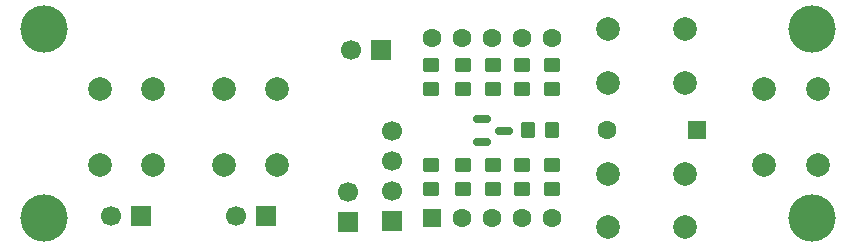
<source format=gbr>
G04 This is an RS-274x file exported by *
G04 gerbv version 2.10.0 *
G04 More information is available about gerbv at *
G04 https://gerbv.github.io/ *
G04 --End of header info--*
%MOIN*%
%FSLAX36Y36*%
%IPPOS*%
G04 --Define apertures--*
%ADD10C,0.0787*%
%ADD11R,0.0669X0.0669*%
%ADD12C,0.0669*%
%ADD13C,0.0630*%
%ADD14R,0.0630X0.0630*%
%AMMACRO15*
4,1,4,-0.013780,-0.017717,0.013780,-0.017717,0.013780,0.017717,-0.013780,0.017717,-0.013780,-0.017717,0.000000*
1,1,0.019685,-0.013780,-0.017717*
1,1,0.019685,0.013780,-0.017717*
1,1,0.019685,0.013780,0.017717*
1,1,0.019685,-0.013780,0.017717*
20,1,0.019685,-0.013780,-0.017717,0.013780,-0.017717,0.000000*
20,1,0.019685,0.013780,-0.017717,0.013780,0.017717,0.000000*
20,1,0.019685,0.013780,0.017717,-0.013780,0.017717,0.000000*
20,1,0.019685,-0.013780,0.017717,-0.013780,-0.017717,0.000000*
%
%ADD15MACRO15*%
%AMMACRO16*
4,1,4,0.017717,-0.013780,0.017717,0.013780,-0.017717,0.013780,-0.017717,-0.013780,0.017717,-0.013780,0.000000*
1,1,0.019685,0.017717,-0.013780*
1,1,0.019685,0.017717,0.013780*
1,1,0.019685,-0.017717,0.013780*
1,1,0.019685,-0.017717,-0.013780*
20,1,0.019685,0.017717,-0.013780,0.017717,0.013780,0.000000*
20,1,0.019685,0.017717,0.013780,-0.017717,0.013780,0.000000*
20,1,0.019685,-0.017717,0.013780,-0.017717,-0.013780,0.000000*
20,1,0.019685,-0.017717,-0.013780,0.017717,-0.013780,0.000000*
%
%ADD16MACRO16*%
%AMMACRO17*
4,1,4,-0.023130,-0.005906,0.023130,-0.005906,0.023130,0.005906,-0.023130,0.005906,-0.023130,-0.005906,0.000000*
1,1,0.011811,-0.023130,-0.005906*
1,1,0.011811,0.023130,-0.005906*
1,1,0.011811,0.023130,0.005906*
1,1,0.011811,-0.023130,0.005906*
20,1,0.011811,-0.023130,-0.005906,0.023130,-0.005906,0.000000*
20,1,0.011811,0.023130,-0.005906,0.023130,0.005906,0.000000*
20,1,0.011811,0.023130,0.005906,-0.023130,0.005906,0.000000*
20,1,0.011811,-0.023130,0.005906,-0.023130,-0.005906,0.000000*
%
%ADD17MACRO17*%
%AMMACRO18*
4,1,4,-0.017717,0.013780,-0.017717,-0.013780,0.017717,-0.013780,0.017717,0.013780,-0.017717,0.013780,0.000000*
1,1,0.019685,-0.017717,0.013780*
1,1,0.019685,-0.017717,-0.013780*
1,1,0.019685,0.017717,-0.013780*
1,1,0.019685,0.017717,0.013780*
20,1,0.019685,-0.017717,0.013780,-0.017717,-0.013780,0.000000*
20,1,0.019685,-0.017717,-0.013780,0.017717,-0.013780,0.000000*
20,1,0.019685,0.017717,-0.013780,0.017717,0.013780,0.000000*
20,1,0.019685,0.017717,0.013780,-0.017717,0.013780,0.000000*
%
%ADD18MACRO18*%
%AMMACRO19*
4,1,4,0.023622,-0.023622,0.023622,0.023622,-0.023622,0.023622,-0.023622,-0.023622,0.023622,-0.023622,0.000000*
1,1,0.019685,0.023622,-0.023622*
1,1,0.019685,0.023622,0.023622*
1,1,0.019685,-0.023622,0.023622*
1,1,0.019685,-0.023622,-0.023622*
20,1,0.019685,0.023622,-0.023622,0.023622,0.023622,0.000000*
20,1,0.019685,0.023622,0.023622,-0.023622,0.023622,0.000000*
20,1,0.019685,-0.023622,0.023622,-0.023622,-0.023622,0.000000*
20,1,0.019685,-0.023622,-0.023622,0.023622,-0.023622,0.000000*
%
%ADD19MACRO19*%
%ADD20C,0.1575*%
G04 --Start main section--*
G54D10*
G01X5088583Y-3484252D03*
G01X5088583Y-3228346D03*
G01X5265748Y-3484252D03*
G01X5265748Y-3228346D03*
G01X4675197Y-3484252D03*
G01X4675197Y-3228346D03*
G01X4852362Y-3484252D03*
G01X4852362Y-3228346D03*
G54D11*
G01X4812992Y-3651575D03*
G54D12*
G01X4712992Y-3651575D03*
G54D11*
G01X5227953Y-3651575D03*
G54D12*
G01X5127953Y-3651575D03*
G54D13*
G01X6364173Y-3366142D03*
G54D14*
G01X6663386Y-3366142D03*
G54D15*
G01X6102362Y-3366142D03*
G01X6181102Y-3366142D03*
G54D16*
G01X5984252Y-3562992D03*
G01X5984252Y-3484252D03*
G54D17*
G01X5949311Y-3406004D03*
G01X5949311Y-3331201D03*
G01X6023130Y-3368602D03*
G54D10*
G01X6889764Y-3484252D03*
G01X6889764Y-3228346D03*
G01X7066929Y-3484252D03*
G01X7066929Y-3228346D03*
G01X6368110Y-3513780D03*
G01X6624016Y-3513780D03*
G01X6368110Y-3690945D03*
G01X6624016Y-3690945D03*
G01X6624016Y-3208661D03*
G01X6368110Y-3208661D03*
G01X6624016Y-3031496D03*
G01X6368110Y-3031496D03*
G54D13*
G01X5782677Y-3061417D03*
G01X5882677Y-3061417D03*
G01X5982677Y-3061417D03*
G01X6082677Y-3061417D03*
G01X6182677Y-3061417D03*
G01X6182677Y-3661417D03*
G01X6082677Y-3661417D03*
G01X5982677Y-3661417D03*
G01X5882677Y-3661417D03*
G54D14*
G01X5782677Y-3661417D03*
G54D18*
G01X6181102Y-3484252D03*
G01X6181102Y-3562992D03*
G54D16*
G01X5777559Y-3228346D03*
G01X5777559Y-3149606D03*
G01X5885827Y-3228346D03*
G01X5885827Y-3149606D03*
G54D18*
G01X5777559Y-3484252D03*
G01X5777559Y-3562992D03*
G01X5885827Y-3484252D03*
G01X5885827Y-3562992D03*
G01X6082677Y-3484252D03*
G01X6082677Y-3562992D03*
G54D16*
G01X6181102Y-3228346D03*
G01X6181102Y-3149606D03*
G01X6082677Y-3228346D03*
G01X6082677Y-3149606D03*
G54D18*
G01X5984252Y-3149606D03*
G01X5984252Y-3228346D03*
G54D11*
G01X5501969Y-3672835D03*
G54D12*
G01X5501969Y-3572835D03*
G54D11*
G01X5649606Y-3671260D03*
G54D12*
G01X5649606Y-3571260D03*
G01X5649606Y-3471260D03*
G01X5649606Y-3371260D03*
G54D11*
G01X5610236Y-3100394D03*
G54D12*
G01X5510236Y-3100394D03*
G54D20*
G01X4488189Y-3661417D03*
G01X4488189Y-3031496D03*
G01X7047244Y-3661417D03*
G01X7047244Y-3031496D03*
M02*

</source>
